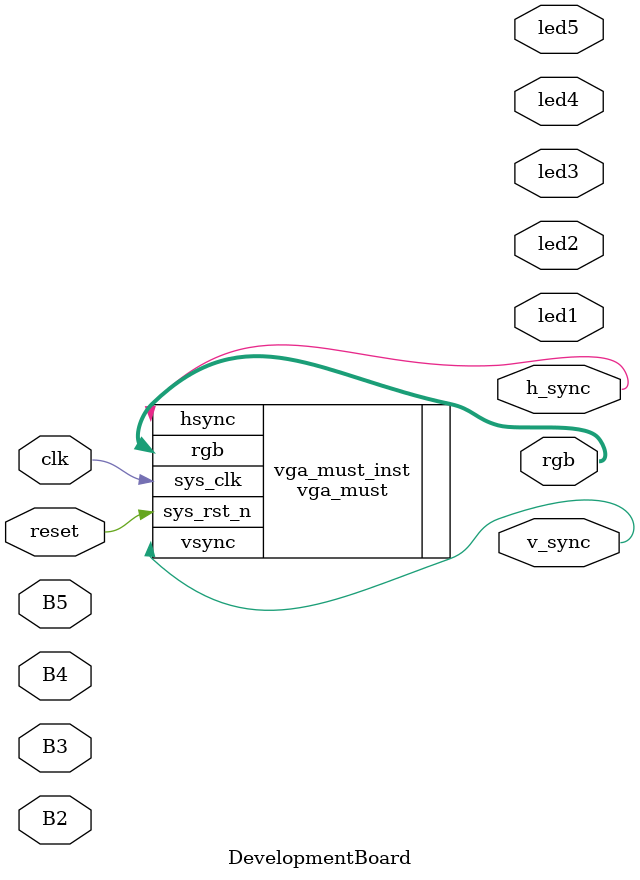
<source format=v>
`timescale 1ns / 1ns

module DevelopmentBoard(
    input wire clk, //50MHz
    input wire reset, B2, B3, B4, B5,
	 // reset is "a", connect to your rst_n
	 // B2 is "s", if the design need
	 // B3 is "d"
	 // B4 is "f"
	 // B5 is "g"
    output wire h_sync, v_sync, // three signals for VGA
    output wire [15:0] rgb,
	
	output wire led1,// if the design need
	output wire led2,
	output wire led3,
	output wire led4,
	output wire led5
);

// like pin planner: inst the top module
vga_must vga_must_inst
 (
 .sys_clk (clk ), // pin of board
 .sys_rst_n (reset ), 

 .hsync (h_sync ), 
 .vsync (v_sync ), 
 .rgb (rgb ) 
 );
    


endmodule

</source>
